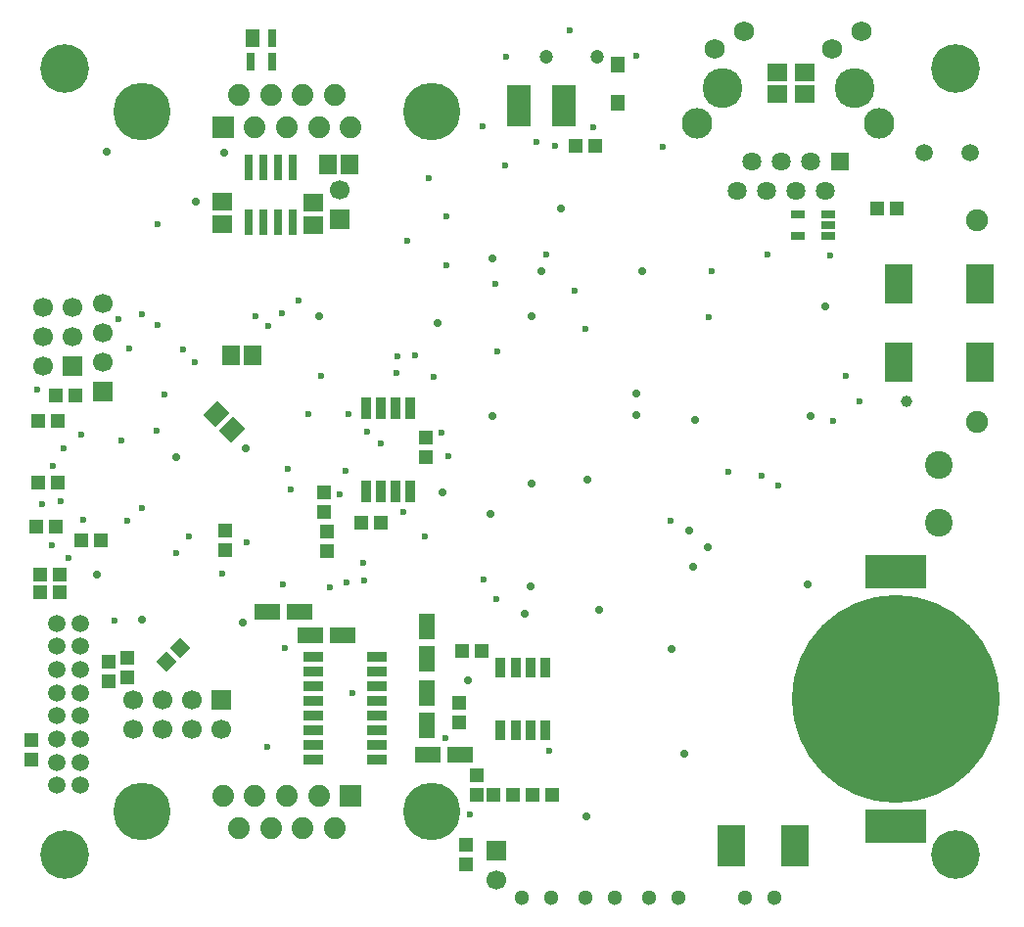
<source format=gbs>
G04 Layer_Color=16711935*
%FSLAX42Y42*%
%MOMM*%
G71*
G01*
G75*
%ADD68C,1.00*%
%ADD104R,1.70X1.50*%
%ADD105R,1.30X1.20*%
%ADD106R,1.50X1.70*%
G04:AMPARAMS|DCode=107|XSize=1.7mm|YSize=1.5mm|CornerRadius=0mm|HoleSize=0mm|Usage=FLASHONLY|Rotation=45.000|XOffset=0mm|YOffset=0mm|HoleType=Round|Shape=Rectangle|*
%AMROTATEDRECTD107*
4,1,4,-0.07,-1.13,-1.13,-0.07,0.07,1.13,1.13,0.07,-0.07,-1.13,0.0*
%
%ADD107ROTATEDRECTD107*%

%ADD109R,1.20X1.30*%
%ADD110R,0.85X1.73*%
%ADD113R,1.19X1.50*%
%ADD114R,0.79X1.50*%
%ADD117R,1.40X2.20*%
%ADD118R,2.20X1.40*%
%ADD122R,2.40X3.35*%
%ADD139C,1.50*%
%ADD140C,1.70*%
%ADD141R,1.70X1.70*%
%ADD142C,1.89*%
%ADD143R,1.89X1.89*%
%ADD144C,4.96*%
%ADD145C,1.20*%
%ADD146C,1.90*%
%ADD147C,4.20*%
%ADD148C,3.45*%
%ADD149C,2.64*%
%ADD150C,1.73*%
%ADD151C,1.63*%
%ADD152R,1.63X1.63*%
%ADD153C,2.40*%
%ADD154C,1.30*%
%ADD155R,1.70X1.70*%
%ADD156C,0.60*%
%ADD157C,0.70*%
%ADD158R,1.28X1.32*%
%ADD159R,5.28X2.99*%
%ADD160C,17.98*%
%ADD161R,2.10X3.60*%
G04:AMPARAMS|DCode=162|XSize=1.2mm|YSize=1.3mm|CornerRadius=0mm|HoleSize=0mm|Usage=FLASHONLY|Rotation=315.000|XOffset=0mm|YOffset=0mm|HoleType=Round|Shape=Rectangle|*
%AMROTATEDRECTD162*
4,1,4,-0.89,-0.04,0.04,0.89,0.89,0.04,-0.04,-0.89,-0.89,-0.04,0.0*
%
%ADD162ROTATEDRECTD162*%

%ADD163R,1.73X0.81*%
%ADD164R,1.20X0.80*%
%ADD165R,0.76X2.18*%
%ADD166R,2.35X3.60*%
%ADD167R,0.85X1.90*%
D68*
X7730Y4520D02*
D03*
D104*
X2600Y6045D02*
D03*
Y6235D02*
D03*
X6610Y7175D02*
D03*
Y7365D02*
D03*
X6850Y7175D02*
D03*
Y7365D02*
D03*
X1810Y6245D02*
D03*
Y6055D02*
D03*
D105*
X3015Y3470D02*
D03*
X3185D02*
D03*
X7475Y6190D02*
D03*
X7645D02*
D03*
X765Y3320D02*
D03*
X595D02*
D03*
X5035Y6730D02*
D03*
X4865D02*
D03*
X4665Y1120D02*
D03*
X4495D02*
D03*
X4325D02*
D03*
X4155D02*
D03*
X3885Y2360D02*
D03*
X4055D02*
D03*
X375Y4570D02*
D03*
X545D02*
D03*
X235Y3020D02*
D03*
X405D02*
D03*
X215Y4350D02*
D03*
X385D02*
D03*
X215Y3820D02*
D03*
X385D02*
D03*
X235Y2870D02*
D03*
X405D02*
D03*
X205Y3440D02*
D03*
X375D02*
D03*
D106*
X2915Y6570D02*
D03*
X2725D02*
D03*
X2075Y4920D02*
D03*
X1885D02*
D03*
D107*
X1763Y4407D02*
D03*
X1897Y4273D02*
D03*
D109*
X3570Y4210D02*
D03*
Y4040D02*
D03*
X830Y2095D02*
D03*
Y2265D02*
D03*
X160Y1595D02*
D03*
Y1425D02*
D03*
X3920Y515D02*
D03*
Y685D02*
D03*
X3860Y1915D02*
D03*
Y1745D02*
D03*
X4010Y1285D02*
D03*
Y1115D02*
D03*
X990Y2135D02*
D03*
Y2305D02*
D03*
X1840Y3230D02*
D03*
Y3400D02*
D03*
X2690Y3565D02*
D03*
Y3735D02*
D03*
X2720Y3395D02*
D03*
Y3225D02*
D03*
D110*
X4219Y2221D02*
D03*
X4347D02*
D03*
X4474D02*
D03*
X4601D02*
D03*
Y1679D02*
D03*
X4474D02*
D03*
X4347D02*
D03*
X4219D02*
D03*
D113*
X2074Y7662D02*
D03*
D114*
X2246D02*
D03*
Y7457D02*
D03*
X2054D02*
D03*
D117*
X3580Y2000D02*
D03*
Y1720D02*
D03*
Y2570D02*
D03*
Y2290D02*
D03*
D118*
X3870Y1460D02*
D03*
X3590D02*
D03*
X2480Y2700D02*
D03*
X2200D02*
D03*
X2570Y2500D02*
D03*
X2850D02*
D03*
D122*
X7660Y4858D02*
D03*
X8360D02*
D03*
X7660Y5538D02*
D03*
X8360D02*
D03*
D139*
X8280Y6670D02*
D03*
X7880D02*
D03*
X380Y2600D02*
D03*
X580D02*
D03*
X380Y2400D02*
D03*
X580D02*
D03*
X380Y2200D02*
D03*
X580D02*
D03*
X380Y2000D02*
D03*
X580D02*
D03*
X380Y1800D02*
D03*
X580D02*
D03*
X380Y1600D02*
D03*
X580D02*
D03*
X380Y1400D02*
D03*
X580D02*
D03*
X380Y1200D02*
D03*
X580D02*
D03*
D140*
X4180Y383D02*
D03*
X780Y4856D02*
D03*
Y5110D02*
D03*
Y5364D02*
D03*
X2830Y6347D02*
D03*
X263Y4826D02*
D03*
X517Y5080D02*
D03*
X263D02*
D03*
X517Y5334D02*
D03*
X263D02*
D03*
X1801Y1683D02*
D03*
X1547Y1937D02*
D03*
Y1683D02*
D03*
X1293Y1937D02*
D03*
Y1683D02*
D03*
X1039Y1937D02*
D03*
Y1683D02*
D03*
D141*
X4180Y637D02*
D03*
X780Y4602D02*
D03*
X2830Y6093D02*
D03*
X517Y4826D02*
D03*
D142*
X2924Y6888D02*
D03*
X2785Y7172D02*
D03*
X2647Y6888D02*
D03*
X2508Y7172D02*
D03*
X2369Y6888D02*
D03*
X2231Y7172D02*
D03*
X2092Y6888D02*
D03*
X1954Y7172D02*
D03*
X1816Y1112D02*
D03*
X1954Y828D02*
D03*
X2092Y1112D02*
D03*
X2231Y828D02*
D03*
X2369Y1112D02*
D03*
X2508Y828D02*
D03*
X2647Y1112D02*
D03*
X2785Y828D02*
D03*
D143*
X1816Y6888D02*
D03*
X2924Y1112D02*
D03*
D144*
X1120Y7030D02*
D03*
X3619D02*
D03*
Y970D02*
D03*
X1120D02*
D03*
D145*
X4610Y7500D02*
D03*
X5050D02*
D03*
D146*
X8335Y4340D02*
D03*
Y6090D02*
D03*
D147*
X8150Y7400D02*
D03*
X450Y600D02*
D03*
Y7400D02*
D03*
X8150Y600D02*
D03*
D148*
X7280Y7230D02*
D03*
X6137D02*
D03*
D149*
X7496Y6925D02*
D03*
X5921D02*
D03*
D150*
X6073Y7568D02*
D03*
X6327Y7720D02*
D03*
X7087Y7568D02*
D03*
X7341Y7720D02*
D03*
D151*
X6264Y6341D02*
D03*
X6391Y6595D02*
D03*
X6518Y6341D02*
D03*
X6645Y6595D02*
D03*
X6772Y6341D02*
D03*
X6899Y6595D02*
D03*
X7026Y6341D02*
D03*
D152*
X7153Y6595D02*
D03*
D153*
X8010Y3970D02*
D03*
Y3470D02*
D03*
D154*
X4654Y230D02*
D03*
X4400D02*
D03*
X5204D02*
D03*
X4950D02*
D03*
X5754D02*
D03*
X5500D02*
D03*
X6584D02*
D03*
X6330D02*
D03*
D155*
X1801Y1937D02*
D03*
D156*
X1120Y3600D02*
D03*
X990Y3490D02*
D03*
X5390Y7510D02*
D03*
X4270Y7500D02*
D03*
X5020Y6890D02*
D03*
X440Y4110D02*
D03*
X590Y4230D02*
D03*
X210Y4620D02*
D03*
X1240Y4270D02*
D03*
X345Y3960D02*
D03*
X610Y3500D02*
D03*
X480Y3170D02*
D03*
X340Y3280D02*
D03*
X940Y4180D02*
D03*
X1310Y4580D02*
D03*
X1410Y3210D02*
D03*
X1520Y3350D02*
D03*
X4260Y6560D02*
D03*
X250Y3630D02*
D03*
X4690Y6730D02*
D03*
X4530Y6760D02*
D03*
X2350Y2390D02*
D03*
X3740Y1610D02*
D03*
X3040Y2970D02*
D03*
X2890Y2950D02*
D03*
X2740Y2910D02*
D03*
X3030Y3120D02*
D03*
X3380Y3560D02*
D03*
X3750Y6120D02*
D03*
X4820Y7730D02*
D03*
X1810Y3030D02*
D03*
X880Y2620D02*
D03*
X2020Y3300D02*
D03*
X2670Y4740D02*
D03*
X3770Y4050D02*
D03*
X2330Y5280D02*
D03*
X6020Y5250D02*
D03*
X4860Y5480D02*
D03*
X4950Y5150D02*
D03*
X3480Y4920D02*
D03*
X3330Y4910D02*
D03*
X3320Y4770D02*
D03*
X6620Y3790D02*
D03*
X6040Y5650D02*
D03*
X6530Y5790D02*
D03*
X7320Y4520D02*
D03*
X7070Y5780D02*
D03*
X7090Y4350D02*
D03*
X2210Y5170D02*
D03*
X2100Y5260D02*
D03*
X3640Y4730D02*
D03*
X4060Y6900D02*
D03*
X4610Y5790D02*
D03*
X3600Y6450D02*
D03*
X4070Y2980D02*
D03*
X3410Y5910D02*
D03*
X2340Y2940D02*
D03*
X2470Y5390D02*
D03*
X3750Y5700D02*
D03*
X4170Y5540D02*
D03*
X910Y5230D02*
D03*
X1120Y5270D02*
D03*
X4640Y1500D02*
D03*
X3950Y950D02*
D03*
X1250Y6050D02*
D03*
X4180Y2810D02*
D03*
X1010Y4980D02*
D03*
X1470Y4970D02*
D03*
X1250Y5180D02*
D03*
X1570Y4860D02*
D03*
X2940Y2000D02*
D03*
X410Y3655D02*
D03*
X2200Y1530D02*
D03*
X3560Y3350D02*
D03*
X2560Y4410D02*
D03*
X3710Y4250D02*
D03*
X3060Y4260D02*
D03*
X3180Y4160D02*
D03*
X4190Y4950D02*
D03*
X2880Y3920D02*
D03*
X2900Y4410D02*
D03*
X5690Y3490D02*
D03*
X7200Y4740D02*
D03*
X6480Y3880D02*
D03*
X6190Y3910D02*
D03*
X5620Y6720D02*
D03*
X2380Y3940D02*
D03*
X2400Y3760D02*
D03*
X2830Y3720D02*
D03*
D157*
X1115Y2635D02*
D03*
X1830Y6670D02*
D03*
X5880Y3090D02*
D03*
X5850Y3400D02*
D03*
X5700Y2380D02*
D03*
X5390Y4590D02*
D03*
X5900Y4360D02*
D03*
X1580Y6250D02*
D03*
X4970Y3840D02*
D03*
X7030Y5340D02*
D03*
X3940Y2110D02*
D03*
X5440Y5650D02*
D03*
X4490Y5260D02*
D03*
X3670Y5200D02*
D03*
X4150Y4390D02*
D03*
X4740Y6190D02*
D03*
X5390Y4400D02*
D03*
X3720Y3730D02*
D03*
X4490Y3810D02*
D03*
X6900Y4390D02*
D03*
X4130Y3550D02*
D03*
X4150Y5760D02*
D03*
X2650Y5260D02*
D03*
X1990Y2610D02*
D03*
X1412Y4040D02*
D03*
X4570Y5650D02*
D03*
X730Y3020D02*
D03*
X2010Y4110D02*
D03*
X5810Y1470D02*
D03*
X5070Y2720D02*
D03*
X6870Y2940D02*
D03*
X4960Y930D02*
D03*
X4430Y2680D02*
D03*
X810Y6680D02*
D03*
X4480Y2920D02*
D03*
X6010Y3260D02*
D03*
D158*
X5230Y7430D02*
D03*
Y7106D02*
D03*
D159*
X7640Y3047D02*
D03*
Y850D02*
D03*
D160*
Y1949D02*
D03*
D161*
X4765Y7080D02*
D03*
X4375D02*
D03*
D162*
X1450Y2390D02*
D03*
X1330Y2270D02*
D03*
D163*
X3146Y2309D02*
D03*
X2600D02*
D03*
X3146Y2182D02*
D03*
Y2055D02*
D03*
X2600Y2182D02*
D03*
Y2055D02*
D03*
X3146Y1928D02*
D03*
X2600D02*
D03*
X3146Y1801D02*
D03*
X2600D02*
D03*
X3146Y1674D02*
D03*
Y1547D02*
D03*
X2600Y1674D02*
D03*
Y1547D02*
D03*
X3146Y1420D02*
D03*
X2600D02*
D03*
D164*
X6790Y6140D02*
D03*
Y5950D02*
D03*
X7050Y6140D02*
D03*
Y6045D02*
D03*
Y5950D02*
D03*
D165*
X2417Y6540D02*
D03*
X2290D02*
D03*
X2163D02*
D03*
X2036D02*
D03*
Y6068D02*
D03*
X2163D02*
D03*
X2290D02*
D03*
X2417D02*
D03*
D166*
X6212Y680D02*
D03*
X6768D02*
D03*
D167*
X3056Y4460D02*
D03*
X3183D02*
D03*
X3310D02*
D03*
X3437D02*
D03*
Y3740D02*
D03*
X3310D02*
D03*
X3183D02*
D03*
X3056D02*
D03*
M02*

</source>
